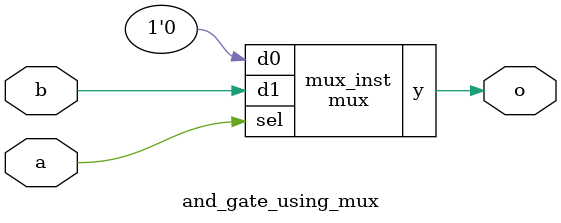
<source format=sv>

module mux
(
  input  d0, d1,
  input  sel,
  output y
);

  assign y = sel ? d1 : d0;

endmodule

//----------------------------------------------------------------------------
// Task
//----------------------------------------------------------------------------

module and_gate_using_mux
(
    input  a,
    input  b,
    output o
);

  // Task:
  // Implement and gate using instance(s) of mux,
  // constants 0 and 1, and wire connections
  mux mux_inst ('0, b, a, o);

endmodule

</source>
